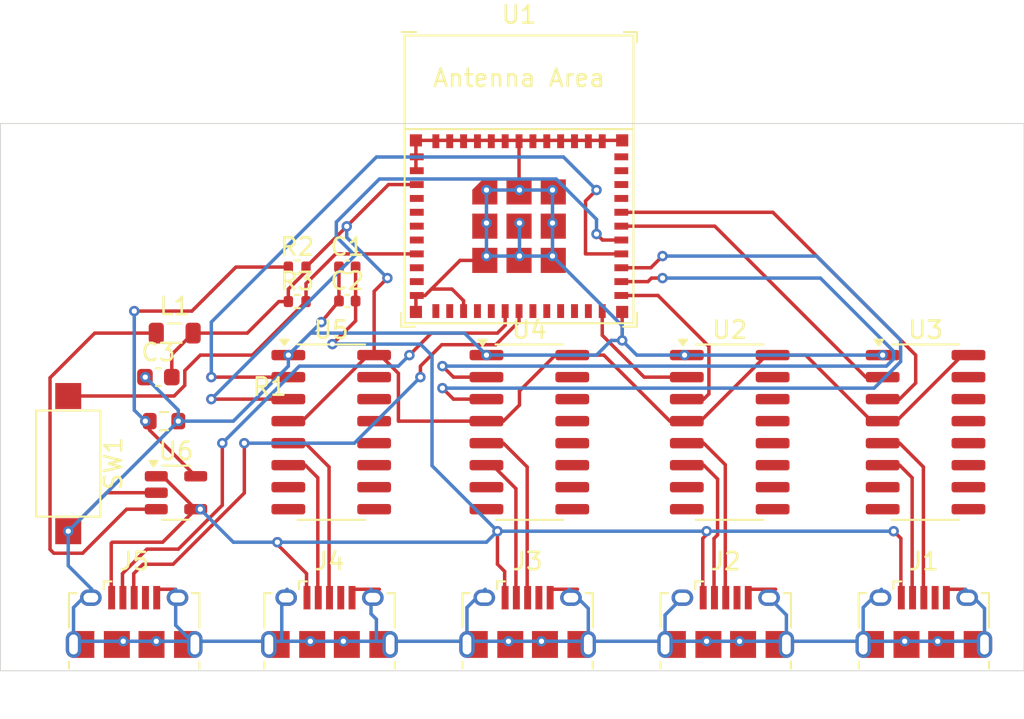
<source format=kicad_pcb>
(kicad_pcb (version 20240108) (generator "pcbnew") (generator_version "8.0")
  (layers (0 "F.Cu" signal) (31 "B.Cu" signal) (34 "B.Paste" user) (35 "F.Paste" user) (36 "B.SilkS" user "B.Silkscreen") (37 "F.SilkS" user "F.Silkscreen") (38 "B.Mask" user) (39 "F.Mask" user) (44 "Edge.Cuts" user))
  (net 0 "")
  (net 1 "+5V")
  (net 2 "GND")
  (net 3 "+3.3V")
  (net 5 "Net-(J1-D+)")
  (net 6 "Net-(J1-D-)")
  (net 7 "Net-(J2-D-)")
  (net 8 "Net-(J2-D+)")
  (net 10 "Net-(J3-D-)")
  (net 11 "Net-(J3-D+)")
  (net 13 "Net-(J4-D-)")
  (net 15 "Net-(J4-D+)")
  (net 16 "Net-(J5-D-)")
  (net 17 "Net-(J5-D+)")
  (net 19 "Net-(U6-SW)")
  (net 20 "Net-(U6-FB)")
  (net 21 "Net-(U1-EN{slash}CHIP_PU)")
  (net 23 "Net-(U1-GPIO20)")
  (net 28 "Net-(U1-GPIO19)")
  (net 30 "/GPIO8")
  (net 31 "Net-(U1-GPIO18)")
  (net 32 "Net-(U1-U0TXD{slash}GPIO16)")
  (net 35 "Net-(U1-U0RXD{slash}GPIO17)")
  (net 37 "/GPIO9")
  (net 39 "Net-(U1-GPIO21)")
  (net 44 "Net-(U1-GPIO22)")
  (net 47 "Net-(U1-GPIO23)")
  (footprint "Resistor_SMD:R_0402_1005Metric" (layer "F.Cu") (at 98.3 72.39)
    (property "Reference" "R2")
    (property "Value" "49K9")
  )
  (footprint "Connector_USB:USB_Micro-B_Amphenol_10118194_Horizontal" (layer "F.Cu") (at 100.165 92.865)
    (property "Reference" "J4")
    (property "Value" "USB_B_Micro")
  )
  (footprint "Connector_USB:USB_Micro-B_Amphenol_10118194_Horizontal" (layer "F.Cu") (at 88.895 92.865)
    (property "Reference" "J5")
    (property "Value" "USB_B_Micro")
  )
  (footprint "Package_SO:SOIC-16_3.9x9.9mm_P1.27mm" (layer "F.Cu") (at 100.265 81.915)
    (property "Reference" "U5")
    (property "Value" "CH340C")
  )
  (footprint "Resistor_SMD:R_0402_1005Metric" (layer "F.Cu") (at 98.3 74.38)
    (property "Reference" "R3")
    (property "Value" "49K9")
  )
  (footprint "PCM_Espressif:ESP32-C6-MINI-1" (layer "F.Cu") (at 111.1 67.33)
    (property "Reference" "U1")
    (property "Value" "ESP32-C6-MINI-1/U")
  )
  (footprint "Inductor_SMD:L_0805_2012Metric" (layer "F.Cu") (at 91.2325 76.2)
    (property "Reference" "L1")
    (property "Value" "2.2uH")
  )
  (footprint "Connector_USB:USB_Micro-B_Amphenol_10118194_Horizontal" (layer "F.Cu") (at 134.455 92.865)
    (property "Reference" "J1")
    (property "Value" "USB_B_Micro")
  )
  (footprint "Capacitor_SMD:C_0402_1005Metric" (layer "F.Cu") (at 101.19 74.35)
    (property "Reference" "C2")
    (property "Value" "2.2uF")
  )
  (footprint "Button_Switch_SMD:SW_SPST_CK_RS282G05A3" (layer "F.Cu") (at 85.09 83.73 -90)
    (property "Reference" "SW1")
    (property "Value" "SW_Push")
  )
  (footprint "Capacitor_SMD:C_0402_1005Metric" (layer "F.Cu") (at 101.19 72.38)
    (property "Reference" "C1")
    (property "Value" "2.2uF")
  )
  (footprint "Package_TO_SOT_SMD:SOT-23-5" (layer "F.Cu") (at 91.3075 85.41)
    (property "Reference" "U6")
    (property "Value" "JW5211")
  )
  (footprint "Resistor_SMD:R_0603_1608Metric" (layer "F.Cu") (at 90.615 81.28)
    (property "Reference" "R1")
    (property "Value" "11K")
  )
  (footprint "Package_SO:SOIC-16_3.9x9.9mm_P1.27mm" (layer "F.Cu") (at 123.255 81.915)
    (property "Reference" "U2")
    (property "Value" "CH340C")
  )
  (footprint "Connector_USB:USB_Micro-B_Amphenol_10118194_Horizontal" (layer "F.Cu") (at 123.025 92.865)
    (property "Reference" "J2")
    (property "Value" "USB_B_Micro")
  )
  (footprint "Capacitor_SMD:C_0603_1608Metric" (layer "F.Cu") (at 90.29 78.74)
    (property "Reference" "C3")
    (property "Value" "22uF")
  )
  (footprint "Package_SO:SOIC-16_3.9x9.9mm_P1.27mm" (layer "F.Cu") (at 111.695 81.915)
    (property "Reference" "U4")
    (property "Value" "CH340C")
  )
  (footprint "Package_SO:SOIC-16_3.9x9.9mm_P1.27mm" (layer "F.Cu") (at 134.555 81.915)
    (property "Reference" "U3")
    (property "Value" "CH340C")
  )
  (footprint "Connector_USB:USB_Micro-B_Amphenol_10118194_Horizontal" (layer "F.Cu") (at 111.595 92.865)
    (property "Reference" "J3")
    (property "Value" "USB_B_Micro")
  )
  (gr_rect (start 81.1784 64.1096) (end 140.2334 95.6818) (stroke (width 0.05)) (fill none) (layer "Edge.Cuts"))
  (segment (start 109.855 89.535) (end 109.855 87.63) (width 0.2) (layer "F.Cu") (net 1))
  (segment (start 110.27 91.1) (end 110.27 89.95) (width 0.2) (layer "F.Cu") (net 1))
  (segment (start 87.63 88.265) (end 87.57 88.325) (width 0.2) (layer "F.Cu") (net 1))
  (segment (start 100.33 76.835) (end 101.67 75.495) (width 0.2) (layer "F.Cu") (net 1))
  (segment (start 121.92 87.825) (end 121.7 88.045) (width 0.2) (layer "F.Cu") (net 1))
  (segment (start 97.03 88.265) (end 97.155 88.265) (width 0.2) (layer "F.Cu") (net 1))
  (segment (start 92.445 86.36) (end 90.54 88.265) (width 0.2) (layer "F.Cu") (net 1))
  (segment (start 90.17 84.46) (end 90.545 84.46) (width 0.2) (layer "F.Cu") (net 1))
  (segment (start 122.115 87.63) (end 121.92 87.63) (width 0.2) (layer "F.Cu") (net 1))
  (segment (start 97.155 88.265) (end 97.155 88.39) (width 0.2) (layer "F.Cu") (net 1))
  (segment (start 92.445 86.36) (end 92.71 86.36) (width 0.2) (layer "F.Cu") (net 1))
  (segment (start 98.84 90.075) (end 98.84 91.1) (width 0.2) (layer "F.Cu") (net 1))
  (segment (start 87.57 88.325) (end 87.57 91.1) (width 0.2) (layer "F.Cu") (net 1))
  (segment (start 101.67 74.35) (end 101.67 72.38) (width 0.2) (layer "F.Cu") (net 1))
  (segment (start 90.54 88.265) (end 87.63 88.265) (width 0.2) (layer "F.Cu") (net 1))
  (segment (start 133.13 91.1) (end 133.13 88.045) (width 0.2) (layer "F.Cu") (net 1))
  (segment (start 110.27 89.95) (end 109.855 89.535) (width 0.2) (layer "F.Cu") (net 1))
  (segment (start 97.155 88.39) (end 98.84 90.075) (width 0.2) (layer "F.Cu") (net 1))
  (segment (start 122.115 87.63) (end 122.115 87.63) (width 0.2) (layer "F.Cu") (net 1))
  (segment (start 101.67 75.495) (end 101.67 74.35) (width 0.2) (layer "F.Cu") (net 1))
  (segment (start 133.13 88.045) (end 132.715 87.63) (width 0.2) (layer "F.Cu") (net 1))
  (segment (start 121.7 91.1) (end 121.7 88.045) (width 0.2) (layer "F.Cu") (net 1))
  (segment (start 90.545 84.46) (end 92.445 86.36) (width 0.2) (layer "F.Cu") (net 1))
  (segment (start 121.92 87.63) (end 121.92 87.825) (width 0.2) (layer "F.Cu") (net 1))
  (via (at 109.855 87.63) (size 0.6) (drill 0.3) (layers "F.Cu" "B.Cu") (net 1))
  (via (at 100.33 76.835) (size 0.6) (drill 0.3) (layers "F.Cu" "B.Cu") (net 1))
  (via (at 132.715 87.63) (size 0.6) (drill 0.3) (layers "F.Cu" "B.Cu") (net 1))
  (via (at 97.155 88.265) (size 0.6) (drill 0.3) (layers "F.Cu" "B.Cu") (net 1))
  (via (at 92.71 86.36) (size 0.6) (drill 0.3) (layers "F.Cu" "B.Cu") (net 1))
  (via (at 121.92 87.63) (size 0.6) (drill 0.3) (layers "F.Cu" "B.Cu") (net 1))
  (segment (start 106.08 77.505) (end 105.41 76.835) (width 0.2) (layer "B.Cu") (net 1))
  (segment (start 109.22 88.265) (end 109.855 87.63) (width 0.2) (layer "B.Cu") (net 1))
  (segment (start 109.855 87.63) (end 106.08 83.855) (width 0.2) (layer "B.Cu") (net 1))
  (segment (start 97.155 88.265) (end 109.22 88.265) (width 0.2) (layer "B.Cu") (net 1))
  (segment (start 106.08 83.855) (end 106.08 77.505) (width 0.2) (layer "B.Cu") (net 1))
  (segment (start 105.41 76.835) (end 100.33 76.835) (width 0.2) (layer "B.Cu") (net 1))
  (segment (start 97.155 88.265) (end 94.615 88.265) (width 0.2) (layer "B.Cu") (net 1))
  (segment (start 109.855 87.63) (end 121.92 87.63) (width 0.2) (layer "B.Cu") (net 1))
  (segment (start 94.615 88.265) (end 92.71 86.36) (width 0.2) (layer "B.Cu") (net 1))
  (segment (start 121.92 87.63) (end 132.715 87.63) (width 0.2) (layer "B.Cu") (net 1))
  (segment (start 125.9 90.98) (end 124.42 90.98) (width 0.2) (layer "F.Cu") (net 2))
  (segment (start 103.04 90.98) (end 101.56 90.98) (width 0.2) (layer "F.Cu") (net 2))
  (segment (start 105.15 74.08) (end 105.2 74.03) (width 0.2) (layer "F.Cu") (net 2))
  (segment (start 111.1 65.13) (end 111.1 68.055) (width 0.2) (layer "F.Cu") (net 2))
  (segment (start 91.29 90.98) (end 90.29 90.98) (width 0.2) (layer "F.Cu") (net 2))
  (segment (start 117.05 65.08) (end 105.15 65.08) (width 0.2) (layer "F.Cu") (net 2))
  (segment (start 105.15 66.78) (end 105.2 66.83) (width 0.2) (layer "F.Cu") (net 2))
  (segment (start 117.05 74.98) (end 117.05 76.625) (width 0.2) (layer "F.Cu") (net 2))
  (segment (start 90.29 90.98) (end 90.17 91.1) (width 0.2) (layer "F.Cu") (net 2))
  (segment (start 105.15 65.08) (end 105.15 66.78) (width 0.2) (layer "F.Cu") (net 2))
  (segment (start 107.7 72.005) (end 109.125 72.005) (width 0.2) (layer "F.Cu") (net 2))
  (segment (start 124.42 90.98) (end 124.3 91.1) (width 0.2) (layer "F.Cu") (net 2))
  (segment (start 135.85 90.98) (end 135.73 91.1) (width 0.2) (layer "F.Cu") (net 2))
  (segment (start 105.15 74.98) (end 105.15 74.08) (width 0.2) (layer "F.Cu") (net 2))
  (segment (start 101.56 90.98) (end 101.44 91.1) (width 0.2) (layer "F.Cu") (net 2))
  (segment (start 90.17 85.41) (end 87.31 85.41) (width 0.2) (layer "F.Cu") (net 2))
  (segment (start 136.85 90.98) (end 135.85 90.98) (width 0.2) (layer "F.Cu") (net 2))
  (segment (start 107.9 74.33) (end 107.23 73.66) (width 0.2) (layer "F.Cu") (net 2))
  (segment (start 107.9 74.93) (end 107.9 74.33) (width 0.2) (layer "F.Cu") (net 2))
  (segment (start 105.675 74.03) (end 106.045 73.66) (width 0.2) (layer "F.Cu") (net 2))
  (segment (start 114.47 90.98) (end 112.99 90.98) (width 0.2) (layer "F.Cu") (net 2))
  (segment (start 112.99 90.98) (end 112.87 91.1) (width 0.2) (layer "F.Cu") (net 2))
  (segment (start 87.31 85.41) (end 85.09 87.63) (width 0.2) (layer "F.Cu") (net 2))
  (segment (start 100.71 74.35) (end 99.695 75.565) (width 0.2) (layer "F.Cu") (net 2))
  (segment (start 107.23 73.66) (end 106.045 73.66) (width 0.2) (layer "F.Cu") (net 2))
  (segment (start 100.71 74.35) (end 100.71 72.38) (width 0.2) (layer "F.Cu") (net 2))
  (segment (start 105.2 74.03) (end 105.675 74.03) (width 0.2) (layer "F.Cu") (net 2))
  (segment (start 99.695 75.565) (end 99.695 75.365) (width 0.2) (layer "F.Cu") (net 2))
  (segment (start 106.045 73.66) (end 107.7 72.005) (width 0.2) (layer "F.Cu") (net 2))
  (segment (start 126 91.56) (end 125.42 90.98) (width 0.2) (layer "F.Cu") (net 2))
  (via (at 99.06 93.98) (size 0.6) (drill 0.3) (layers "F.Cu" "B.Cu") (net 2))
  (via (at 113.03 69.85) (size 0.6) (drill 0.3) (layers "F.Cu" "B.Cu") (net 2))
  (via (at 135.255 93.98) (size 0.6) (drill 0.3) (layers "F.Cu" "B.Cu") (net 2))
  (via (at 133.35 93.98) (size 0.6) (drill 0.3) (layers "F.Cu" "B.Cu") (net 2))
  (via (at 111.125 67.945) (size 0.6) (drill 0.3) (layers "F.Cu" "B.Cu") (net 2))
  (via (at 90.17 93.98) (size 0.6) (drill 0.3) (layers "F.Cu" "B.Cu") (net 2))
  (via (at 109.22 77.47) (size 0.6) (drill 0.3) (layers "F.Cu" "B.Cu") (net 2))
  (via (at 123.825 93.98) (size 0.6) (drill 0.3) (layers "F.Cu" "B.Cu") (net 2))
  (via (at 89.535 78.74) (size 0.6) (drill 0.3) (layers "F.Cu" "B.Cu") (net 2))
  (via (at 117.05 76.625) (size 0.6) (drill 0.3) (layers "F.Cu" "B.Cu") (net 2))
  (via (at 97.79 77.47) (size 0.6) (drill 0.3) (layers "F.Cu" "B.Cu") (net 2))
  (via (at 109.22 67.945) (size 0.6) (drill 0.3) (layers "F.Cu" "B.Cu") (net 2))
  (via (at 113.03 71.755) (size 0.6) (drill 0.3) (layers "F.Cu" "B.Cu") (net 2))
  (via (at 132.08 77.47) (size 0.6) (drill 0.3) (layers "F.Cu" "B.Cu") (net 2))
  (via (at 109.22 69.85) (size 0.6) (drill 0.3) (layers "F.Cu" "B.Cu") (net 2))
  (via (at 91.44 81.28) (size 0.6) (drill 0.3) (layers "F.Cu" "B.Cu") (net 2))
  (via (at 85.09 87.63) (size 0.6) (drill 0.3) (layers "F.Cu" "B.Cu") (net 2))
  (via (at 112.395 93.98) (size 0.6) (drill 0.3) (layers "F.Cu" "B.Cu") (net 2))
  (via (at 99.695 75.565) (size 0.6) (drill 0.3) (layers "F.Cu" "B.Cu") (net 2))
  (via (at 88.265 93.98) (size 0.6) (drill 0.3) (layers "F.Cu" "B.Cu") (net 2))
  (via (at 111.125 71.755) (size 0.6) (drill 0.3) (layers "F.Cu" "B.Cu") (net 2))
  (via (at 111.125 69.85) (size 0.6) (drill 0.3) (layers "F.Cu" "B.Cu") (net 2))
  (via (at 109.22 71.755) (size 0.6) (drill 0.3) (layers "F.Cu" "B.Cu") (net 2))
  (via (at 100.965 93.98) (size 0.6) (drill 0.3) (layers "F.Cu" "B.Cu") (net 2))
  (via (at 113.03 67.945) (size 0.6) (drill 0.3) (layers "F.Cu" "B.Cu") (net 2))
  (via (at 110.49 93.98) (size 0.6) (drill 0.3) (layers "F.Cu" "B.Cu") (net 2))
  (via (at 121.92 93.98) (size 0.6) (drill 0.3) (layers "F.Cu" "B.Cu") (net 2))
  (via (at 120.65 77.47) (size 0.6) (drill 0.3) (layers "F.Cu" "B.Cu") (net 2))
  (segment (start 97.41 93.98) (end 99.06 93.98) (width 0.2) (layer "B.Cu") (net 2))
  (segment (start 97.79 77.47) (end 97.79 78.105) (width 0.2) (layer "B.Cu") (net 2))
  (segment (start 109.22 67.945) (end 113.03 67.945) (width 0.2) (layer "B.Cu") (net 2))
  (segment (start 102.87 93.98) (end 110.49 93.98) (width 0.2) (layer "B.Cu") (net 2))
  (segment (start 90.17 93.98) (end 88.265 93.98) (width 0.2) (layer "B.Cu") (net 2))
  (segment (start 85.395 93.98) (end 85.395 92.035) (width 0.2) (layer "B.Cu") (net 2))
  (segment (start 112.395 93.98) (end 121.92 93.98) (width 0.2) (layer "B.Cu") (net 2))
  (segment (start 130.955 93.98) (end 130.955 92.035) (width 0.2) (layer "B.Cu") (net 2))
  (segment (start 119.525 94.165) (end 119.525 92.465) (width 0.2) (layer "B.Cu") (net 2))
  (segment (start 116.415 76.625) (end 115.57 77.47) (width 0.2) (layer "B.Cu") (net 2))
  (segment (start 94.615 81.28) (end 91.44 81.28) (width 0.2) (layer "B.Cu") (net 2))
  (segment (start 91.6 93.98) (end 90.17 93.98) (width 0.2) (layer "B.Cu") (net 2))
  (segment (start 137.955 92.085) (end 136.85 90.98) (width 0.2) (layer "B.Cu") (net 2))
  (segment (start 135.255 93.98) (end 137.955 93.98) (width 0.2) (layer "B.Cu") (net 2))
  (segment (start 102.56 92.4) (end 102.56 90.98) (width 0.2) (layer "B.Cu") (net 2))
  (segment (start 99.06 76.2) (end 97.79 77.47) (width 0.2) (layer "B.Cu") (net 2))
  (segment (start 107.95 76.2) (end 99.06 76.2) (width 0.2) (layer "B.Cu") (net 2))
  (segment (start 137.955 93.98) (end 137.955 92.085) (width 0.2) (layer "B.Cu") (net 2))
  (segment (start 97.41 91.29) (end 97.72 90.98) (width 0.2) (layer "B.Cu") (net 2))
  (segment (start 119.525 92.465) (end 120.525 91.465) (width 0.2) (layer "B.Cu") (net 2))
  (segment (start 91.29 90.98) (end 91.29 93.06) (width 0.2) (layer "B.Cu") (net 2))
  (segment (start 88.265 93.98) (end 85.395 93.98) (width 0.2) (layer "B.Cu") (net 2))
  (segment (start 111.125 71.755) (end 111.125 69.85) (width 0.2) (layer "B.Cu") (net 2))
  (segment (start 85.395 92.035) (end 86.45 90.98) (width 0.2) (layer "B.Cu") (net 2))
  (segment (start 117.895 77.47) (end 117.05 76.625) (width 0.2) (layer "B.Cu") (net 2))
  (segment (start 117.05 76.625) (end 116.415 76.625) (width 0.2) (layer "B.Cu") (net 2))
  (segment (start 108.84 93.98) (end 108.095 93.98) (width 0.2) (layer "B.Cu") (net 2))
  (segment (start 115.095 93.98) (end 115.095 92.085) (width 0.2) (layer "B.Cu") (net 2))
  (segment (start 108.095 92.035) (end 109.15 90.98) (width 0.2) (layer "B.Cu") (net 2))
  (segment (start 102.87 93.98) (end 102.87 92.71) (width 0.2) (layer "B.Cu") (net 2))
  (segment (start 117.05 76.625) (end 117.05 75.775) (width 0.2) (layer "B.Cu") (net 2))
  (segment (start 121.92 93.98) (end 123.825 93.98) (width 0.2) (layer "B.Cu") (net 2))
  (segment (start 133.35 93.98) (end 135.255 93.98) (width 0.2) (layer "B.Cu") (net 2))
  (segment (start 85.09 89.62) (end 85.09 87.63) (width 0.2) (layer "B.Cu") (net 2))
  (segment (start 109.22 77.47) (end 107.95 76.2) (width 0.2) (layer "B.Cu") (net 2))
  (segment (start 110.49 93.98) (end 112.395 93.98) (width 0.2) (layer "B.Cu") (net 2))
  (segment (start 117.05 75.775) (end 113.03 71.755) (width 0.2) (layer "B.Cu") (net 2))
  (segment (start 86.45 90.98) (end 85.09 89.62) (width 0.2) (layer "B.Cu") (net 2))
  (segment (start 109.22 71.755) (end 109.22 67.945) (width 0.2) (layer "B.Cu") (net 2))
  (segment (start 131.7 93.98) (end 130.955 93.98) (width 0.2) (layer "B.Cu") (net 2))
  (segment (start 91.44 81.28) (end 85.09 87.63) (width 0.2) (layer "B.Cu") (net 2))
  (segment (start 120.65 77.47) (end 117.895 77.47) (width 0.2) (layer "B.Cu") (net 2))
  (segment (start 97.79 78.105) (end 94.615 81.28) (width 0.2) (layer "B.Cu") (net 2))
  (segment (start 126.525 94.165) (end 126.525 92.465) (width 0.2) (layer "B.Cu") (net 2))
  (segment (start 108.095 93.98) (end 108.095 92.035) (width 0.2) (layer "B.Cu") (net 2))
  (segment (start 97.41 93.98) (end 97.41 91.29) (width 0.2) (layer "B.Cu") (net 2))
  (segment (start 91.44 80.645) (end 89.535 78.74) (width 0.2) (layer "B.Cu") (net 2))
  (segment (start 100.965 93.98) (end 102.87 93.98) (width 0.2) (layer "B.Cu") (net 2))
  (segment (start 91.29 93.06) (end 92.395 94.165) (width 0.2) (layer "B.Cu") (net 2))
  (segment (start 132.08 77.47) (end 120.65 77.47) (width 0.2) (layer "B.Cu") (net 2))
  (segment (start 115.57 77.47) (end 109.22 77.47) (width 0.2) (layer "B.Cu") (net 2))
  (segment (start 99.06 93.98) (end 100.965 93.98) (width 0.2) (layer "B.Cu") (net 2))
  (segment (start 102.87 92.71) (end 102.56 92.4) (width 0.2) (layer "B.Cu") (net 2))
  (segment (start 123.825 93.98) (end 133.35 93.98) (width 0.2) (layer "B.Cu") (net 2))
  (segment (start 113.03 67.945) (end 113.03 71.755) (width 0.2) (layer "B.Cu") (net 2))
  (segment (start 113.03 71.755) (end 109.22 71.755) (width 0.2) (layer "B.Cu") (net 2))
  (segment (start 91.6 93.98) (end 97.41 93.98) (width 0.2) (layer "B.Cu") (net 2))
  (segment (start 114.3 93.98) (end 115.095 93.98) (width 0.2) (layer "B.Cu") (net 2))
  (segment (start 126.525 92.465) (end 125.525 91.465) (width 0.2) (layer "B.Cu") (net 2))
  (segment (start 99.695 75.565) (end 97.79 77.47) (width 0.2) (layer "B.Cu") (net 2))
  (segment (start 130.955 92.035) (end 132.01 90.98) (width 0.2) (layer "B.Cu") (net 2))
  (segment (start 91.44 81.28) (end 91.44 80.645) (width 0.2) (layer "B.Cu") (net 2))
  (segment (start 115.095 92.085) (end 113.99 90.98) (width 0.2) (layer "B.Cu") (net 2))
  (segment (start 95.42 76.2) (end 92.295 76.2) (width 0.2) (layer "F.Cu") (net 3))
  (segment (start 136.684448 77.47) (end 137.03 77.47) (width 0.2) (layer "F.Cu") (net 3))
  (segment (start 102.74 77.47) (end 102.74 73.79) (width 0.2) (layer "F.Cu") (net 3))
  (segment (start 103.57 67.63) (end 105.2 67.63) (width 0.2) (layer "F.Cu") (net 3))
  (segment (start 97.79 73.66) (end 97.79 74.38) (width 0.2) (layer "F.Cu") (net 3))
  (segment (start 111.125 80.349999) (end 110.194999 81.28) (width 0.2) (layer "F.Cu") (net 3))
  (segment (start 113.195001 77.47) (end 111.125 79.540001) (width 0.2) (layer "F.Cu") (net 3))
  (segment (start 120.78 81.28) (end 119.805001 81.28) (width 0.2) (layer "F.Cu") (net 3))
  (segment (start 132.874448 81.28) (end 136.684448 77.47) (width 0.2) (layer "F.Cu") (net 3))
  (segment (start 98.584448 81.28) (end 97.79 81.28) (width 0.2) (layer "F.Cu") (net 3))
  (segment (start 125.384448 77.47) (end 125.73 77.47) (width 0.2) (layer "F.Cu") (net 3))
  (segment (start 98.81 72.39) (end 103.57 67.63) (width 0.2) (layer "F.Cu") (net 3))
  (segment (start 97.79 74.38) (end 97.24 74.38) (width 0.2) (layer "F.Cu") (net 3))
  (segment (start 121.574448 81.28) (end 125.384448 77.47) (width 0.2) (layer "F.Cu") (net 3))
  (segment (start 132.08 81.28) (end 132.874448 81.28) (width 0.2) (layer "F.Cu") (net 3))
  (segment (start 98.81 72.39) (end 98.81 72.64) (width 0.2) (layer "F.Cu") (net 3))
  (segment (start 114.17 77.47) (end 113.195001 77.47) (width 0.2) (layer "F.Cu") (net 3))
  (segment (start 104.14 81.28) (end 104.14 78.524448) (width 0.2) (layer "F.Cu") (net 3))
  (segment (start 119.805001 81.28) (end 115.995001 77.47) (width 0.2) (layer "F.Cu") (net 3))
  (segment (start 120.78 81.28) (end 121.574448 81.28) (width 0.2) (layer "F.Cu") (net 3))
  (segment (start 91.065 77.43) (end 92.295 76.2) (width 0.2) (layer "F.Cu") (net 3))
  (segment (start 97.24 74.38) (end 95.42 76.2) (width 0.2) (layer "F.Cu") (net 3))
  (segment (start 125.73 77.47) (end 127.635 77.47) (width 0.2) (layer "F.Cu") (net 3))
  (segment (start 127.635 77.47) (end 131.445 81.28) (width 0.2) (layer "F.Cu") (net 3))
  (segment (start 91.065 78.74) (end 91.065 77.43) (width 0.2) (layer "F.Cu") (net 3))
  (segment (start 131.445 81.28) (end 132.08 81.28) (width 0.2) (layer "F.Cu") (net 3))
  (segment (start 98.81 72.64) (end 97.79 73.66) (width 0.2) (layer "F.Cu") (net 3))
  (segment (start 103.085552 77.47) (end 102.74 77.47) (width 0.2) (layer "F.Cu") (net 3))
  (segment (start 110.194999 81.28) (end 109.22 81.28) (width 0.2) (layer "F.Cu") (net 3))
  (segment (start 102.74 77.47) (end 102.394448 77.47) (width 0.2) (layer "F.Cu") (net 3))
  (segment (start 111.125 79.540001) (end 111.125 80.349999) (width 0.2) (layer "F.Cu") (net 3))
  (segment (start 102.394448 77.47) (end 98.584448 81.28) (width 0.2) (layer "F.Cu") (net 3))
  (segment (start 102.74 73.79) (end 103.505 73.025) (width 0.2) (layer "F.Cu") (net 3))
  (segment (start 115.995001 77.47) (end 114.17 77.47) (width 0.2) (layer "F.Cu") (net 3))
  (segment (start 109.22 81.28) (end 104.14 81.28) (width 0.2) (layer "F.Cu") (net 3))
  (segment (start 104.14 78.524448) (end 103.085552 77.47) (width 0.2) (layer "F.Cu") (net 3))
  (via (at 101.1575 70.0425) (size 0.6) (drill 0.3) (layers "F.Cu" "B.Cu") (net 3))
  (via (at 103.505 73.025) (size 0.6) (drill 0.3) (layers "F.Cu" "B.Cu") (net 3))
  (segment (start 101.1575 70.0425) (end 101.1575 70.6775) (width 0.2) (layer "B.Cu") (net 3))
  (segment (start 101.1575 70.6775) (end 103.505 73.025) (width 0.2) (layer "B.Cu") (net 3))
  (segment (start 134.43 91.1) (end 134.43 83.925001) (width 0.2) (layer "F.Cu") (net 5))
  (segment (start 133.054999 82.55) (end 132.08 82.55) (width 0.2) (layer "F.Cu") (net 5))
  (segment (start 134.43 83.925001) (end 133.054999 82.55) (width 0.2) (layer "F.Cu") (net 5))
  (segment (start 133.78 84.545001) (end 133.054999 83.82) (width 0.2) (layer "F.Cu") (net 6))
  (segment (start 133.054999 83.82) (end 132.08 83.82) (width 0.2) (layer "F.Cu") (net 6))
  (segment (start 133.78 91.1) (end 133.78 84.545001) (width 0.2) (layer "F.Cu") (net 6))
  (segment (start 122.35 88.048529) (end 122.555 87.843529) (width 0.2) (layer "F.Cu") (net 7))
  (segment (start 122.35 91.1) (end 122.35 88.048529) (width 0.2) (layer "F.Cu") (net 7))
  (segment (start 122.555 87.843529) (end 122.555 84.620001) (width 0.2) (layer "F.Cu") (net 7))
  (segment (start 122.555 84.620001) (end 121.754999 83.82) (width 0.2) (layer "F.Cu") (net 7))
  (segment (start 121.754999 83.82) (end 120.78 83.82) (width 0.2) (layer "F.Cu") (net 7))
  (segment (start 123 91.1) (end 123 83.795001) (width 0.2) (layer "F.Cu") (net 8))
  (segment (start 123 83.795001) (end 121.754999 82.55) (width 0.2) (layer "F.Cu") (net 8))
  (segment (start 121.754999 82.55) (end 120.78 82.55) (width 0.2) (layer "F.Cu") (net 8))
  (segment (start 110.92 91.1) (end 110.92 85.174448) (width 0.2) (layer "F.Cu") (net 10))
  (segment (start 110.92 85.174448) (end 109.565552 83.82) (width 0.2) (layer "F.Cu") (net 10))
  (segment (start 109.565552 83.82) (end 109.22 83.82) (width 0.2) (layer "F.Cu") (net 10))
  (segment (start 110.194999 82.55) (end 109.22 82.55) (width 0.2) (layer "F.Cu") (net 11))
  (segment (start 111.57 91.1) (end 111.57 83.925001) (width 0.2) (layer "F.Cu") (net 11))
  (segment (start 111.57 83.925001) (end 110.194999 82.55) (width 0.2) (layer "F.Cu") (net 11))
  (segment (start 99.49 91.1) (end 99.49 84.545001) (width 0.2) (layer "F.Cu") (net 13))
  (segment (start 99.49 84.545001) (end 98.764999 83.82) (width 0.2) (layer "F.Cu") (net 13))
  (segment (start 98.764999 83.82) (end 97.79 83.82) (width 0.2) (layer "F.Cu") (net 13))
  (segment (start 98.764999 82.55) (end 97.79 82.55) (width 0.2) (layer "F.Cu") (net 15))
  (segment (start 100.14 83.925001) (end 98.764999 82.55) (width 0.2) (layer "F.Cu") (net 15))
  (segment (start 100.14 91.1) (end 100.14 83.925001) (width 0.2) (layer "F.Cu") (net 15))
  (segment (start 104.775 77.47) (end 106.045 76.2) (width 0.2) (layer "F.Cu") (net 16))
  (segment (start 88.22 90.075) (end 89.63 88.665) (width 0.2) (layer "F.Cu") (net 16))
  (segment (start 93.98 86.128052) (end 93.98 82.55) (width 0.2) (layer "F.Cu") (net 16))
  (segment (start 106.045 76.2) (end 109.855 76.2) (width 0.2) (layer "F.Cu") (net 16))
  (segment (start 89.63 88.665) (end 91.443052 88.665) (width 0.2) (layer "F.Cu") (net 16))
  (segment (start 110.3 75.755) (end 110.3 74.93) (width 0.2) (layer "F.Cu") (net 16))
  (segment (start 88.22 91.1) (end 88.22 90.075) (width 0.2) (layer "F.Cu") (net 16))
  (segment (start 91.443052 88.665) (end 93.98 86.128052) (width 0.2) (layer "F.Cu") (net 16))
  (segment (start 109.855 76.2) (end 110.3 75.755) (width 0.2) (layer "F.Cu") (net 16))
  (via (at 93.98 82.55) (size 0.6) (drill 0.3) (layers "F.Cu" "B.Cu") (net 16))
  (via (at 104.775 77.47) (size 0.6) (drill 0.3) (layers "F.Cu" "B.Cu") (net 16))
  (segment (start 93.98 82.55) (end 98.425 78.105) (width 0.2) (layer "B.Cu") (net 16))
  (segment (start 98.425 78.105) (end 104.14 78.105) (width 0.2) (layer "B.Cu") (net 16))
  (segment (start 104.14 78.105) (end 104.775 77.47) (width 0.2) (layer "B.Cu") (net 16))
  (segment (start 111.1 74.93) (end 111.1 75.53) (width 0.2) (layer "F.Cu") (net 17))
  (segment (start 89.41 89.535) (end 91.138738 89.535) (width 0.2) (layer "F.Cu") (net 17))
  (segment (start 106.645 76.87) (end 105.41 78.105) (width 0.2) (layer "F.Cu") (net 17))
  (segment (start 95.25 85.423738) (end 95.25 82.55) (width 0.2) (layer "F.Cu") (net 17))
  (segment (start 88.87 90.075) (end 89.41 89.535) (width 0.2) (layer "F.Cu") (net 17))
  (segment (start 109.76 76.87) (end 106.645 76.87) (width 0.2) (layer "F.Cu") (net 17))
  (segment (start 105.41 78.105) (end 105.41 78.74) (width 0.2) (layer "F.Cu") (net 17))
  (segment (start 91.138738 89.535) (end 95.25 85.423738) (width 0.2) (layer "F.Cu") (net 17))
  (segment (start 111.1 75.53) (end 109.76 76.87) (width 0.2) (layer "F.Cu") (net 17))
  (segment (start 88.87 91.1) (end 88.87 90.075) (width 0.2) (layer "F.Cu") (net 17))
  (via (at 95.25 82.55) (size 0.6) (drill 0.3) (layers "F.Cu" "B.Cu") (net 17))
  (via (at 105.41 78.74) (size 0.6) (drill 0.3) (layers "F.Cu" "B.Cu") (net 17))
  (segment (start 101.6 82.55) (end 105.41 78.74) (width 0.2) (layer "B.Cu") (net 17))
  (segment (start 95.25 82.55) (end 101.6 82.55) (width 0.2) (layer "B.Cu") (net 17))
  (segment (start 88.46 86.36) (end 85.92 88.9) (width 0.2) (layer "F.Cu") (net 19))
  (segment (start 84.04 88.68) (end 84.04 78.78) (width 0.2) (layer "F.Cu") (net 19))
  (segment (start 85.92 88.9) (end 84.26 88.9) (width 0.2) (layer "F.Cu") (net 19))
  (segment (start 90.17 86.36) (end 88.46 86.36) (width 0.2) (layer "F.Cu") (net 19))
  (segment (start 84.26 88.9) (end 84.04 88.68) (width 0.2) (layer "F.Cu") (net 19))
  (segment (start 84.04 78.78) (end 86.62 76.2) (width 0.2) (layer "F.Cu") (net 19))
  (segment (start 86.62 76.2) (end 90.17 76.2) (width 0.2) (layer "F.Cu") (net 19))
  (segment (start 97.79 72.39) (end 94.765314 72.39) (width 0.2) (layer "F.Cu") (net 20))
  (segment (start 94.765314 72.39) (end 92.225314 74.93) (width 0.2) (layer "F.Cu") (net 20))
  (segment (start 89.535 81.28) (end 89.79 81.28) (width 0.2) (layer "F.Cu") (net 20))
  (segment (start 92.225314 74.93) (end 88.9 74.93) (width 0.2) (layer "F.Cu") (net 20))
  (segment (start 92.445 84.46) (end 89.79 81.805) (width 0.2) (layer "F.Cu") (net 20))
  (segment (start 89.79 81.805) (end 89.535 81.28) (width 0.2) (layer "F.Cu") (net 20))
  (via (at 88.9 74.93) (size 0.6) (drill 0.3) (layers "F.Cu" "B.Cu") (net 20))
  (via (at 89.535 81.28) (size 0.6) (drill 0.3) (layers "F.Cu" "B.Cu") (net 20))
  (segment (start 88.9 74.93) (end 88.9 80.645) (width 0.2) (layer "B.Cu") (net 20))
  (segment (start 88.9 80.645) (end 89.535 81.28) (width 0.2) (layer "B.Cu") (net 20))
  (segment (start 91.198696 79.83) (end 91.815 79.213696) (width 0.2) (layer "F.Cu") (net 21))
  (segment (start 92.71 77.47) (end 95.72 77.47) (width 0.2) (layer "F.Cu") (net 21))
  (segment (start 91.815 78.365) (end 92.71 77.47) (width 0.2) (layer "F.Cu") (net 21))
  (segment (start 95.72 77.47) (end 98.81 74.38) (width 0.2) (layer "F.Cu") (net 21))
  (segment (start 100.523866 71.63) (end 105.2 71.63) (width 0.2) (layer "F.Cu") (net 21))
  (segment (start 85.09 79.83) (end 91.198696 79.83) (width 0.2) (layer "F.Cu") (net 21))
  (segment (start 98.81 73.343866) (end 100.523866 71.63) (width 0.2) (layer "F.Cu") (net 21))
  (segment (start 98.81 74.38) (end 98.81 73.343866) (width 0.2) (layer "F.Cu") (net 21))
  (segment (start 91.815 79.213696) (end 91.815 78.365) (width 0.2) (layer "F.Cu") (net 21))
  (segment (start 119.38 73.025) (end 118.745 73.025) (width 0.2) (layer "F.Cu") (net 23))
  (segment (start 109.22 78.74) (end 107.315 78.74) (width 0.2) (layer "F.Cu") (net 23))
  (segment (start 107.315 78.74) (end 106.68 78.105) (width 0.2) (layer "F.Cu") (net 23))
  (segment (start 118.745 73.025) (end 118.54 73.23) (width 0.2) (layer "F.Cu") (net 23))
  (segment (start 118.54 73.23) (end 117 73.23) (width 0.2) (layer "F.Cu") (net 23))
  (via (at 119.38 73.025) (size 0.6) (drill 0.3) (layers "F.Cu" "B.Cu") (net 23))
  (via (at 106.68 78.105) (size 0.6) (drill 0.3) (layers "F.Cu" "B.Cu") (net 23))
  (segment (start 128.483529 73.025) (end 119.38 73.025) (width 0.2) (layer "B.Cu") (net 23))
  (segment (start 132.293529 78.105) (end 132.715 77.683529) (width 0.2) (layer "B.Cu") (net 23))
  (segment (start 106.68 78.105) (end 132.293529 78.105) (width 0.2) (layer "B.Cu") (net 23))
  (segment (start 132.715 77.256471) (end 128.483529 73.025) (width 0.2) (layer "B.Cu") (net 23))
  (segment (start 132.715 77.683529) (end 132.715 77.256471) (width 0.2) (layer "B.Cu") (net 23))
  (segment (start 119.115 74.03) (end 117 74.03) (width 0.2) (layer "F.Cu") (net 28))
  (segment (start 120.78 80.01) (end 121.754999 80.01) (width 0.2) (layer "F.Cu") (net 28))
  (segment (start 122.055 76.97) (end 119.115 74.03) (width 0.2) (layer "F.Cu") (net 28))
  (segment (start 121.754999 80.01) (end 122.055 79.709999) (width 0.2) (layer "F.Cu") (net 28))
  (segment (start 122.055 79.709999) (end 122.055 76.97) (width 0.2) (layer "F.Cu") (net 28))
  (segment (start 118.316471 78.74) (end 115.9 76.323529) (width 0.2) (layer "F.Cu") (net 31))
  (segment (start 115.9 76.323529) (end 115.9 74.93) (width 0.2) (layer "F.Cu") (net 31))
  (segment (start 120.78 78.74) (end 118.316471 78.74) (width 0.2) (layer "F.Cu") (net 31))
  (segment (start 132.08 80.01) (end 133.054999 80.01) (width 0.2) (layer "F.Cu") (net 32))
  (segment (start 133.985 77.47) (end 125.745 69.23) (width 0.2) (layer "F.Cu") (net 32))
  (segment (start 133.985 79.079999) (end 133.985 77.47) (width 0.2) (layer "F.Cu") (net 32))
  (segment (start 133.054999 80.01) (end 133.985 79.079999) (width 0.2) (layer "F.Cu") (net 32))
  (segment (start 125.745 69.23) (end 117 69.23) (width 0.2) (layer "F.Cu") (net 32))
  (segment (start 132.08 78.74) (end 131.105001 78.74) (width 0.2) (layer "F.Cu") (net 35))
  (segment (start 122.395001 70.03) (end 117 70.03) (width 0.2) (layer "F.Cu") (net 35))
  (segment (start 131.105001 78.74) (end 122.395001 70.03) (width 0.2) (layer "F.Cu") (net 35))
  (segment (start 107.315 80.01) (end 106.68 79.375) (width 0.2) (layer "F.Cu") (net 39))
  (segment (start 109.22 80.01) (end 107.315 80.01) (width 0.2) (layer "F.Cu") (net 39))
  (segment (start 119.38 71.755) (end 118.705 72.43) (width 0.2) (layer "F.Cu") (net 39))
  (segment (start 118.705 72.43) (end 117 72.43) (width 0.2) (layer "F.Cu") (net 39))
  (via (at 106.68 79.375) (size 0.6) (drill 0.3) (layers "F.Cu" "B.Cu") (net 39))
  (via (at 119.38 71.755) (size 0.6) (drill 0.3) (layers "F.Cu" "B.Cu") (net 39))
  (segment (start 131.589215 79.375) (end 133.115 77.849215) (width 0.2) (layer "B.Cu") (net 39))
  (segment (start 133.115 76.6) (end 128.27 71.755) (width 0.2) (layer "B.Cu") (net 39))
  (segment (start 128.27 71.755) (end 119.38 71.755) (width 0.2) (layer "B.Cu") (net 39))
  (segment (start 133.115 77.849215) (end 133.115 76.6) (width 0.2) (layer "B.Cu") (net 39))
  (segment (start 106.68 79.375) (end 131.589215 79.375) (width 0.2) (layer "B.Cu") (net 39))
  (segment (start 114.935 68.58) (end 114.935 71.63) (width 0.2) (layer "F.Cu") (net 44))
  (segment (start 115.57 67.945) (end 114.935 68.58) (width 0.2) (layer "F.Cu") (net 44))
  (segment (start 114.935 71.63) (end 117 71.63) (width 0.2) (layer "F.Cu") (net 44))
  (segment (start 97.79 78.74) (end 93.345 78.74) (width 0.2) (layer "F.Cu") (net 44))
  (via (at 93.345 78.74) (size 0.6) (drill 0.3) (layers "F.Cu" "B.Cu") (net 44))
  (via (at 115.57 67.945) (size 0.6) (drill 0.3) (layers "F.Cu" "B.Cu") (net 44))
  (segment (start 113.665 66.04) (end 115.57 67.945) (width 0.2) (layer "B.Cu") (net 44))
  (segment (start 102.87 66.04) (end 113.665 66.04) (width 0.2) (layer "B.Cu") (net 44))
  (segment (start 93.345 78.74) (end 93.345 75.565) (width 0.2) (layer "B.Cu") (net 44))
  (segment (start 93.345 75.565) (end 102.87 66.04) (width 0.2) (layer "B.Cu") (net 44))
  (segment (start 115.915 70.83) (end 117 70.83) (width 0.2) (layer "F.Cu") (net 47))
  (segment (start 97.79 80.01) (end 93.345 80.01) (width 0.2) (layer "F.Cu") (net 47))
  (segment (start 115.57 70.485) (end 115.915 70.83) (width 0.2) (layer "F.Cu") (net 47))
  (via (at 115.57 70.485) (size 0.6) (drill 0.3) (layers "F.Cu" "B.Cu") (net 47))
  (via (at 93.345 80.01) (size 0.6) (drill 0.3) (layers "F.Cu" "B.Cu") (net 47))
  (segment (start 101.634657 71.720343) (end 100.5575 70.643186) (width 0.2) (layer "B.Cu") (net 47))
  (segment (start 115.57 69.636471) (end 115.57 70.485) (width 0.2) (layer "B.Cu") (net 47))
  (segment (start 103.041471 67.31) (end 113.243529 67.31) (width 0.2) (layer "B.Cu") (net 47))
  (segment (start 100.5575 70.643186) (end 100.5575 69.793971) (width 0.2) (layer "B.Cu") (net 47))
  (segment (start 93.345 80.01) (end 101.634657 71.720343) (width 0.2) (layer "B.Cu") (net 47))
  (segment (start 113.243529 67.31) (end 115.57 69.636471) (width 0.2) (layer "B.Cu") (net 47))
  (segment (start 100.5575 69.793971) (end 103.041471 67.31) (width 0.2) (layer "B.Cu") (net 47))
)
</source>
